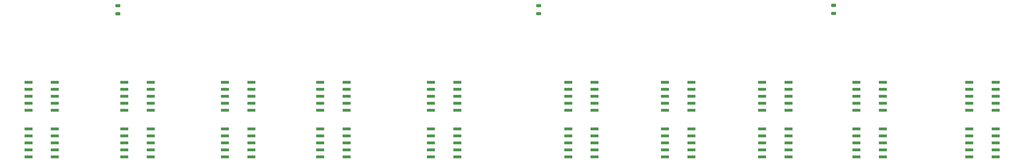
<source format=gbr>
%TF.GenerationSoftware,KiCad,Pcbnew,(5.1.9)-1*%
%TF.CreationDate,2021-03-13T11:26:25+01:00*%
%TF.ProjectId,Main_Relay_Board,4d61696e-5f52-4656-9c61-795f426f6172,rev?*%
%TF.SameCoordinates,Original*%
%TF.FileFunction,Paste,Top*%
%TF.FilePolarity,Positive*%
%FSLAX46Y46*%
G04 Gerber Fmt 4.6, Leading zero omitted, Abs format (unit mm)*
G04 Created by KiCad (PCBNEW (5.1.9)-1) date 2021-03-13 11:26:25*
%MOMM*%
%LPD*%
G01*
G04 APERTURE LIST*
%ADD10R,2.940000X1.000000*%
G04 APERTURE END LIST*
%TO.C,R19*%
G36*
G01*
X315584999Y-105227500D02*
X316835001Y-105227500D01*
G75*
G02*
X317085000Y-105477499I0J-249999D01*
G01*
X317085000Y-106102501D01*
G75*
G02*
X316835001Y-106352500I-249999J0D01*
G01*
X315584999Y-106352500D01*
G75*
G02*
X315335000Y-106102501I0J249999D01*
G01*
X315335000Y-105477499D01*
G75*
G02*
X315584999Y-105227500I249999J0D01*
G01*
G37*
G36*
G01*
X315584999Y-102302500D02*
X316835001Y-102302500D01*
G75*
G02*
X317085000Y-102552499I0J-249999D01*
G01*
X317085000Y-103177501D01*
G75*
G02*
X316835001Y-103427500I-249999J0D01*
G01*
X315584999Y-103427500D01*
G75*
G02*
X315335000Y-103177501I0J249999D01*
G01*
X315335000Y-102552499D01*
G75*
G02*
X315584999Y-102302500I249999J0D01*
G01*
G37*
%TD*%
%TO.C,R18*%
G36*
G01*
X56684999Y-105347500D02*
X57935001Y-105347500D01*
G75*
G02*
X58185000Y-105597499I0J-249999D01*
G01*
X58185000Y-106222501D01*
G75*
G02*
X57935001Y-106472500I-249999J0D01*
G01*
X56684999Y-106472500D01*
G75*
G02*
X56435000Y-106222501I0J249999D01*
G01*
X56435000Y-105597499D01*
G75*
G02*
X56684999Y-105347500I249999J0D01*
G01*
G37*
G36*
G01*
X56684999Y-102422500D02*
X57935001Y-102422500D01*
G75*
G02*
X58185000Y-102672499I0J-249999D01*
G01*
X58185000Y-103297501D01*
G75*
G02*
X57935001Y-103547500I-249999J0D01*
G01*
X56684999Y-103547500D01*
G75*
G02*
X56435000Y-103297501I0J249999D01*
G01*
X56435000Y-102672499D01*
G75*
G02*
X56684999Y-102422500I249999J0D01*
G01*
G37*
%TD*%
%TO.C,R1*%
G36*
G01*
X208924999Y-105322500D02*
X210175001Y-105322500D01*
G75*
G02*
X210425000Y-105572499I0J-249999D01*
G01*
X210425000Y-106197501D01*
G75*
G02*
X210175001Y-106447500I-249999J0D01*
G01*
X208924999Y-106447500D01*
G75*
G02*
X208675000Y-106197501I0J249999D01*
G01*
X208675000Y-105572499D01*
G75*
G02*
X208924999Y-105322500I249999J0D01*
G01*
G37*
G36*
G01*
X208924999Y-102397500D02*
X210175001Y-102397500D01*
G75*
G02*
X210425000Y-102647499I0J-249999D01*
G01*
X210425000Y-103272501D01*
G75*
G02*
X210175001Y-103522500I-249999J0D01*
G01*
X208924999Y-103522500D01*
G75*
G02*
X208675000Y-103272501I0J249999D01*
G01*
X208675000Y-102647499D01*
G75*
G02*
X208924999Y-102397500I249999J0D01*
G01*
G37*
%TD*%
D10*
%TO.C,K2*%
X34530000Y-140960000D03*
X34530000Y-138420000D03*
X34530000Y-135880000D03*
X34530000Y-133340000D03*
X34530000Y-130800000D03*
X24970000Y-130800000D03*
X24970000Y-133340000D03*
X24970000Y-135880000D03*
X24970000Y-138420000D03*
X24970000Y-140960000D03*
%TD*%
%TO.C,K20*%
X374830000Y-157856666D03*
X374830000Y-155316666D03*
X374830000Y-152776666D03*
X374830000Y-150236666D03*
X374830000Y-147696666D03*
X365270000Y-147696666D03*
X365270000Y-150236666D03*
X365270000Y-152776666D03*
X365270000Y-155316666D03*
X365270000Y-157856666D03*
%TD*%
%TO.C,K19*%
X180100000Y-157856666D03*
X180100000Y-155316666D03*
X180100000Y-152776666D03*
X180100000Y-150236666D03*
X180100000Y-147696666D03*
X170540000Y-147696666D03*
X170540000Y-150236666D03*
X170540000Y-152776666D03*
X170540000Y-155316666D03*
X170540000Y-157856666D03*
%TD*%
%TO.C,K18*%
X334040000Y-140960000D03*
X334040000Y-138420000D03*
X334040000Y-135880000D03*
X334040000Y-133340000D03*
X334040000Y-130800000D03*
X324480000Y-130800000D03*
X324480000Y-133340000D03*
X324480000Y-135880000D03*
X324480000Y-138420000D03*
X324480000Y-140960000D03*
%TD*%
%TO.C,K17*%
X334040000Y-157856666D03*
X334040000Y-155316666D03*
X334040000Y-152776666D03*
X334040000Y-150236666D03*
X334040000Y-147696666D03*
X324480000Y-147696666D03*
X324480000Y-150236666D03*
X324480000Y-152776666D03*
X324480000Y-155316666D03*
X324480000Y-157856666D03*
%TD*%
%TO.C,K16*%
X299940000Y-140960000D03*
X299940000Y-138420000D03*
X299940000Y-135880000D03*
X299940000Y-133340000D03*
X299940000Y-130800000D03*
X290380000Y-130800000D03*
X290380000Y-133340000D03*
X290380000Y-135880000D03*
X290380000Y-138420000D03*
X290380000Y-140960000D03*
%TD*%
%TO.C,K15*%
X299940000Y-157856666D03*
X299940000Y-155316666D03*
X299940000Y-152776666D03*
X299940000Y-150236666D03*
X299940000Y-147696666D03*
X290380000Y-147696666D03*
X290380000Y-150236666D03*
X290380000Y-152776666D03*
X290380000Y-155316666D03*
X290380000Y-157856666D03*
%TD*%
%TO.C,K14*%
X264770000Y-140960000D03*
X264770000Y-138420000D03*
X264770000Y-135880000D03*
X264770000Y-133340000D03*
X264770000Y-130800000D03*
X255210000Y-130800000D03*
X255210000Y-133340000D03*
X255210000Y-135880000D03*
X255210000Y-138420000D03*
X255210000Y-140960000D03*
%TD*%
%TO.C,K13*%
X264770000Y-157856666D03*
X264770000Y-155316666D03*
X264770000Y-152776666D03*
X264770000Y-150236666D03*
X264770000Y-147696666D03*
X255210000Y-147696666D03*
X255210000Y-150236666D03*
X255210000Y-152776666D03*
X255210000Y-155316666D03*
X255210000Y-157856666D03*
%TD*%
%TO.C,K12*%
X229770000Y-140960000D03*
X229770000Y-138420000D03*
X229770000Y-135880000D03*
X229770000Y-133340000D03*
X229770000Y-130800000D03*
X220210000Y-130800000D03*
X220210000Y-133340000D03*
X220210000Y-135880000D03*
X220210000Y-138420000D03*
X220210000Y-140960000D03*
%TD*%
%TO.C,K11*%
X229770000Y-157856666D03*
X229770000Y-155316666D03*
X229770000Y-152776666D03*
X229770000Y-150236666D03*
X229770000Y-147696666D03*
X220210000Y-147696666D03*
X220210000Y-150236666D03*
X220210000Y-152776666D03*
X220210000Y-155316666D03*
X220210000Y-157856666D03*
%TD*%
%TO.C,K10*%
X374830000Y-140960000D03*
X374830000Y-138420000D03*
X374830000Y-135880000D03*
X374830000Y-133340000D03*
X374830000Y-130800000D03*
X365270000Y-130800000D03*
X365270000Y-133340000D03*
X365270000Y-135880000D03*
X365270000Y-138420000D03*
X365270000Y-140960000D03*
%TD*%
%TO.C,K9*%
X140060000Y-140960000D03*
X140060000Y-138420000D03*
X140060000Y-135880000D03*
X140060000Y-133340000D03*
X140060000Y-130800000D03*
X130500000Y-130800000D03*
X130500000Y-133340000D03*
X130500000Y-135880000D03*
X130500000Y-138420000D03*
X130500000Y-140960000D03*
%TD*%
%TO.C,K8*%
X140060000Y-157856666D03*
X140060000Y-155316666D03*
X140060000Y-152776666D03*
X140060000Y-150236666D03*
X140060000Y-147696666D03*
X130500000Y-147696666D03*
X130500000Y-150236666D03*
X130500000Y-152776666D03*
X130500000Y-155316666D03*
X130500000Y-157856666D03*
%TD*%
%TO.C,K7*%
X105590000Y-140960000D03*
X105590000Y-138420000D03*
X105590000Y-135880000D03*
X105590000Y-133340000D03*
X105590000Y-130800000D03*
X96030000Y-130800000D03*
X96030000Y-133340000D03*
X96030000Y-135880000D03*
X96030000Y-138420000D03*
X96030000Y-140960000D03*
%TD*%
%TO.C,K6*%
X105590000Y-157856666D03*
X105590000Y-155316666D03*
X105590000Y-152776666D03*
X105590000Y-150236666D03*
X105590000Y-147696666D03*
X96030000Y-147696666D03*
X96030000Y-150236666D03*
X96030000Y-152776666D03*
X96030000Y-155316666D03*
X96030000Y-157856666D03*
%TD*%
%TO.C,K5*%
X180100000Y-140960000D03*
X180100000Y-138420000D03*
X180100000Y-135880000D03*
X180100000Y-133340000D03*
X180100000Y-130800000D03*
X170540000Y-130800000D03*
X170540000Y-133340000D03*
X170540000Y-135880000D03*
X170540000Y-138420000D03*
X170540000Y-140960000D03*
%TD*%
%TO.C,K4*%
X69230000Y-140960000D03*
X69230000Y-138420000D03*
X69230000Y-135880000D03*
X69230000Y-133340000D03*
X69230000Y-130800000D03*
X59670000Y-130800000D03*
X59670000Y-133340000D03*
X59670000Y-135880000D03*
X59670000Y-138420000D03*
X59670000Y-140960000D03*
%TD*%
%TO.C,K3*%
X69230000Y-157856666D03*
X69230000Y-155316666D03*
X69230000Y-152776666D03*
X69230000Y-150236666D03*
X69230000Y-147696666D03*
X59670000Y-147696666D03*
X59670000Y-150236666D03*
X59670000Y-152776666D03*
X59670000Y-155316666D03*
X59670000Y-157856666D03*
%TD*%
%TO.C,K1*%
X34530000Y-157856666D03*
X34530000Y-155316666D03*
X34530000Y-152776666D03*
X34530000Y-150236666D03*
X34530000Y-147696666D03*
X24970000Y-147696666D03*
X24970000Y-150236666D03*
X24970000Y-152776666D03*
X24970000Y-155316666D03*
X24970000Y-157856666D03*
%TD*%
M02*

</source>
